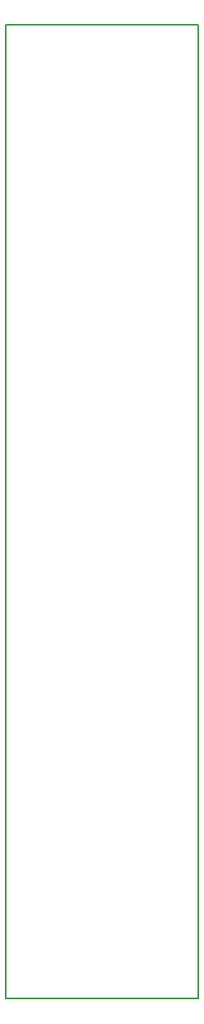
<source format=gm1>
G04 MADE WITH FRITZING*
G04 WWW.FRITZING.ORG*
G04 DOUBLE SIDED*
G04 HOLES PLATED*
G04 CONTOUR ON CENTER OF CONTOUR VECTOR*
%ASAXBY*%
%FSLAX23Y23*%
%MOIN*%
%OFA0B0*%
%SFA1.0B1.0*%
%ADD10R,0.787402X3.940940*%
%ADD11C,0.008000*%
%ADD10C,0.008*%
%LNCONTOUR*%
G90*
G70*
G54D10*
G54D11*
X4Y3937D02*
X783Y3937D01*
X783Y4D01*
X4Y4D01*
X4Y3937D01*
D02*
G04 End of contour*
M02*
</source>
